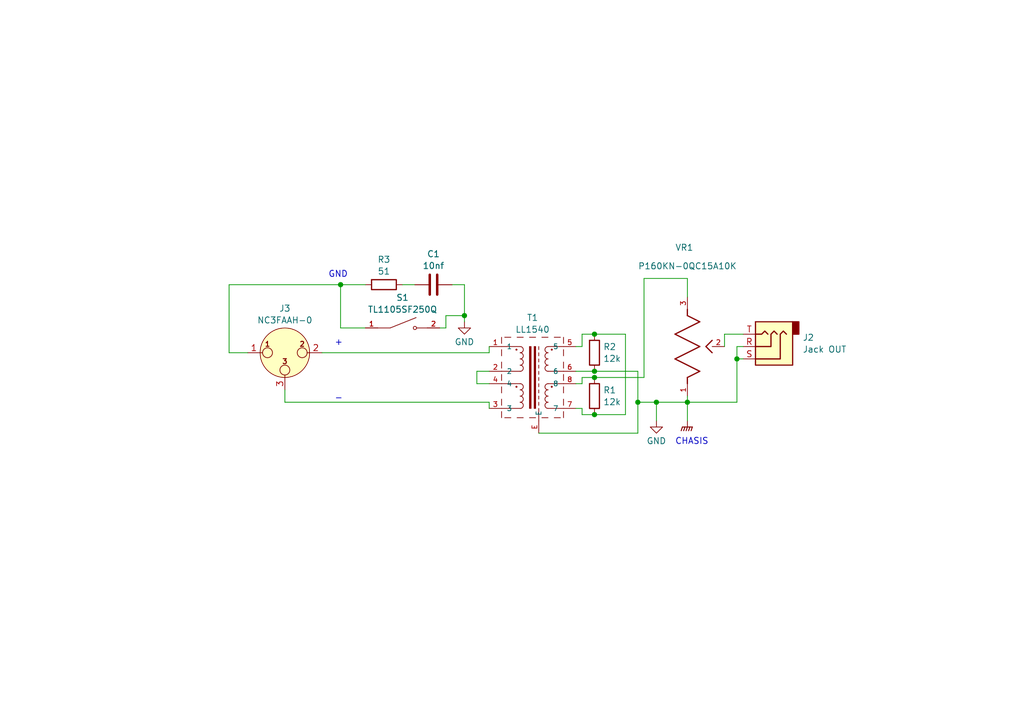
<source format=kicad_sch>
(kicad_sch (version 20230121) (generator eeschema)
  (paper "A5")
  (title_block (title "RE-Amp") (date "2024-01-18") (rev "0.1") (company "57TimesAudio") (comment 1 "M. Lenz"))
  (lib_symbols
    (symbol "Connector_Audio:AudioJack3"
      (property "Reference" "J" (at 0 8.89 0))
      (property "Value" "AudioJack3" (at 0 6.35 0))
      (symbol "AudioJack3_0_1"
        (rectangle (start -5.08 -5.08) (end -6.35 -2.54) (stroke (width 0.254)) (fill (type outline)))
        (polyline (pts (xy 0 -2.54) (xy 0.635 -3.175) (xy 1.27 -2.54) (xy 2.54 -2.54)) (stroke (width 0.254)))
        (polyline (pts (xy -1.905 -2.54) (xy -1.27 -3.175) (xy -0.635 -2.54) (xy -0.635 0) (xy 2.54 0)) (stroke (width 0.254)))
        (polyline (pts (xy 2.54 2.54) (xy -2.54 2.54) (xy -2.54 -2.54) (xy -3.175 -3.175) (xy -3.81 -2.54)) (stroke (width 0.254)))
        (rectangle (start 2.54 3.81) (end -5.08 -5.08) (stroke (width 0.254)) (fill (type background)))
      )
      (symbol "AudioJack3_1_1"
        (pin passive line (at 5.08 0 180) (length 2.54) (name "~") (number "R"))
        (pin passive line (at 5.08 2.54 180) (length 2.54) (name "~") (number "S"))
        (pin passive line (at 5.08 -2.54 180) (length 2.54) (name "~") (number "T"))
      )
    )
    (symbol "Connector_Audio:NC3FAAH-0" (pin_names hide)
      (property "Reference" "J" (at 0 8.89 0))
      (property "Value" "NC3FAAH-0" (at 0 6.35 0))
      (symbol "NC3FAAH-0_0_1"
        (circle (center -3.556 0) (radius 1.016))
        (circle (center 0 -3.556) (radius 1.016))
        (polyline (pts (xy -5.08 0) (xy -4.572 0)))
        (polyline (pts (xy 0 -5.08) (xy 0 -4.572)))
        (polyline (pts (xy 5.08 0) (xy 4.572 0)))
        (circle (center 0 0) (radius 5.08) (fill (type background)))
        (circle (center 3.556 0) (radius 1.016))
        (text "1" (at -3.556 1.778 0) (effects (font (size 1.016 1.016) bold)))
        (text "2" (at 3.556 1.778 0) (effects (font (size 1.016 1.016) bold)))
        (text "3" (at 0 -1.778 0) (effects (font (size 1.016 1.016) bold)))
        (pin passive line (at -7.62 0 0) (length 2.54) (name "~") (number "1"))
        (pin passive line (at 7.62 0 180) (length 2.54) (name "~") (number "2"))
        (pin passive line (at 0 -7.62 90) (length 2.54) (name "~") (number "3"))
      )
    )
    (symbol "Device:C" (pin_numbers hide) (pin_names (offset 0.254))
      (property "Reference" "C" (at 0.635 2.54 0))
      (property "Value" "C" (at 0.635 -2.54 0))
      (symbol "C_0_1"
        (polyline (pts (xy -2.032 -0.762) (xy 2.032 -0.762)) (stroke (width 0.508)))
        (polyline (pts (xy -2.032 0.762) (xy 2.032 0.762)) (stroke (width 0.508)))
      )
      (symbol "C_1_1"
        (pin passive line (at 0 3.81 270) (length 2.794) (name "~") (number "1"))
        (pin passive line (at 0 -3.81 90) (length 2.794) (name "~") (number "2"))
      )
    )
    (symbol "Device:R" (pin_numbers hide) (pin_names (offset 0))
      (property "Reference" "R" (at 2.032 0 90))
      (property "Value" "R" (at 0 0 90))
      (symbol "R_0_1"
        (rectangle (start -1.016 -2.54) (end 1.016 2.54) (stroke (width 0.254)))
      )
      (symbol "R_1_1"
        (pin passive line (at 0 3.81 270) (length 1.27) (name "~") (number "1"))
        (pin passive line (at 0 -3.81 90) (length 1.27) (name "~") (number "2"))
      )
    )
    (symbol "P160KN-0QC15B500K:P160KN-0QC15B500K" (pin_names (offset 1.016))
      (property "Reference" "VR1" (at -1.27 -20.32 0))
      (property "Value" "P160KN-0QC15A10K" (at -10.16 -16.51 0))
      (symbol "P160KN-0QC15B500K_0_0"
        (polyline (pts (xy -5.08 1.27) (xy -3.81 0)) (stroke (width 0.254)))
        (polyline (pts (xy -3.81 0) (xy -5.08 -1.27)) (stroke (width 0.254)))
        (polyline (pts (xy -2.54 -5.08) (xy 0 -6.35)) (stroke (width 0.254)))
        (polyline (pts (xy -2.54 0) (xy 2.54 -2.54)) (stroke (width 0.254)))
        (polyline (pts (xy -2.54 0) (xy 2.54 2.54)) (stroke (width 0.254)))
        (polyline (pts (xy -2.54 5.08) (xy 0 6.35)) (stroke (width 0.254)))
        (polyline (pts (xy 0 -6.35) (xy 0 -7.62)) (stroke (width 0.254)))
        (polyline (pts (xy 0 6.35) (xy 0 7.62)) (stroke (width 0.254)))
        (polyline (pts (xy 2.54 -2.54) (xy -2.54 -5.08)) (stroke (width 0.254)))
        (polyline (pts (xy 2.54 2.54) (xy -2.54 5.08)) (stroke (width 0.254)))
        (pin bidirectional line (at 0 10.16 270) (length 2.54) (name "~") (number "1"))
        (pin bidirectional line (at -7.62 0 0) (length 2.54) (name "~") (number "2"))
        (pin bidirectional line (at 0 -10.16 90) (length 2.54) (name "~") (number "3"))
      )
    )
    (symbol "TL1105SF250Q:TL1105SF250Q" (pin_names (offset 1.016))
      (property "Reference" "S" (at -5.08 5.08 0))
      (property "Value" "TL1105SF250Q" (at -5.08 -5.08 0))
      (symbol "TL1105SF250Q_0_0"
        (polyline (pts (xy -2.54 0) (xy -5.08 0)) (stroke (width 0.1524)))
        (polyline (pts (xy -2.54 0) (xy 2.794 2.1336)) (stroke (width 0.1524)))
        (polyline (pts (xy 5.08 0) (xy 2.921 0)) (stroke (width 0.1524)))
        (circle (center 2.54 0) (radius 0.3302) (stroke (width 0.1524)))
        (pin passive line (at -7.62 0 0) (length 2.54) (name "~") (number "1"))
        (pin passive line (at 7.62 0 180) (length 2.54) (name "~") (number "2"))
      )
    )
    (symbol "lundahl:LL1540" (pin_names (offset 1.016))
      (property "Reference" "T" (at -5.08 7.62 0))
      (property "Value" "LL1540" (at 1.27 -12.065 0))
      (symbol "LL1540_1_0"
        (polyline (pts (xy -7.62 -8.255) (xy -7.62 -9.525)))
        (polyline (pts (xy -7.62 -5.715) (xy -7.62 -6.985)))
        (polyline (pts (xy -7.62 -3.175) (xy -7.62 -4.445)))
        (polyline (pts (xy -7.62 -2.54) (xy -3.81 -2.54)))
        (polyline (pts (xy -7.62 -0.635) (xy -7.62 -1.905)))
        (polyline (pts (xy -7.62 1.905) (xy -7.62 0.635)))
        (polyline (pts (xy -7.62 4.445) (xy -7.62 3.175)))
        (polyline (pts (xy -7.62 5.08) (xy -3.81 5.08)))
        (polyline (pts (xy -7.62 5.715) (xy -7.62 6.985)))
        (polyline (pts (xy -6.985 -9.525) (xy -5.715 -9.525)))
        (polyline (pts (xy -6.985 6.985) (xy -5.715 6.985)))
        (polyline (pts (xy -4.445 -9.525) (xy -3.175 -9.525)))
        (polyline (pts (xy -4.445 6.985) (xy -3.175 6.985)))
        (polyline (pts (xy -3.81 -7.62) (xy -7.62 -7.62)))
        (polyline (pts (xy -3.81 0) (xy -7.62 0)))
        (polyline (pts (xy -1.905 -9.525) (xy -0.635 -9.525)))
        (polyline (pts (xy -1.905 6.985) (xy -0.635 6.985)))
        (polyline (pts (xy 0 -10.16) (xy 0 -7.62)))
        (polyline (pts (xy 0 -6.985) (xy 0 -6.35)))
        (polyline (pts (xy 0 -5.715) (xy 0 -5.08)))
        (polyline (pts (xy 0 -4.445) (xy 0 -3.81)))
        (polyline (pts (xy 0 -3.175) (xy 0 -2.54)))
        (polyline (pts (xy 0 -1.905) (xy 0 -1.27)))
        (polyline (pts (xy 0 -0.635) (xy 0 0)))
        (polyline (pts (xy 0 0.635) (xy 0 1.27)))
        (polyline (pts (xy 0 1.905) (xy 0 2.54)))
        (polyline (pts (xy 0 3.175) (xy 0 3.81)))
        (polyline (pts (xy 0 4.445) (xy 0 5.08)))
        (polyline (pts (xy 0.635 6.985) (xy 1.905 6.985)))
        (polyline (pts (xy 1.905 -9.525) (xy 0.635 -9.525)))
        (polyline (pts (xy 1.905 -7.62) (xy 5.08 -7.62)))
        (polyline (pts (xy 3.175 6.985) (xy 4.445 6.985)))
        (polyline (pts (xy 4.445 -9.525) (xy 3.175 -9.525)))
        (polyline (pts (xy 5.08 -8.255) (xy 5.08 -9.525)))
        (polyline (pts (xy 5.08 -5.715) (xy 5.08 -6.985)))
        (polyline (pts (xy 5.08 -3.175) (xy 5.08 -4.445)))
        (polyline (pts (xy 5.08 -2.54) (xy 1.905 -2.54)))
        (polyline (pts (xy 5.08 -0.635) (xy 5.08 -1.905)))
        (polyline (pts (xy 5.08 0) (xy 1.905 0)))
        (polyline (pts (xy 5.08 1.905) (xy 5.08 0.635)))
        (polyline (pts (xy 5.08 4.445) (xy 5.08 3.175)))
        (polyline (pts (xy 5.08 5.08) (xy 1.905 5.08)))
        (polyline (pts (xy 5.08 6.985) (xy 5.08 5.715)))
      )
      (symbol "LL1540_1_1"
        (circle (center -4.572 -3.175) (radius 0.127) (fill (type outline)))
        (circle (center -4.572 4.445) (radius 0.127) (fill (type outline)))
        (arc (start -3.81 -7.62) (mid -3.1777 -6.985) (end -3.81 -6.35))
        (arc (start -3.81 -6.35) (mid -3.1777 -5.715) (end -3.81 -5.08))
        (arc (start -3.81 -5.08) (mid -3.1777 -4.445) (end -3.81 -3.81))
        (arc (start -3.81 -3.81) (mid -3.1777 -3.175) (end -3.81 -2.54))
        (arc (start -3.81 0) (mid -3.1777 0.635) (end -3.81 1.27))
        (arc (start -3.81 1.27) (mid -3.1777 1.905) (end -3.81 2.54))
        (arc (start -3.81 2.54) (mid -3.1777 3.175) (end -3.81 3.81))
        (arc (start -3.81 3.81) (mid -3.1777 4.445) (end -3.81 5.08))
        (rectangle (start -1.905 -7.62) (end -1.5748 5.08) (fill (type outline)))
        (rectangle (start -0.9398 -7.62) (end -0.635 5.08) (fill (type outline)))
        (arc (start 1.905 -6.35) (mid 1.2727 -6.985) (end 1.905 -7.62))
        (arc (start 1.905 -5.08) (mid 1.2727 -5.715) (end 1.905 -6.35))
        (arc (start 1.905 -3.81) (mid 1.2727 -4.445) (end 1.905 -5.08))
        (arc (start 1.905 -2.54) (mid 1.2727 -3.175) (end 1.905 -3.81))
        (arc (start 1.905 1.27) (mid 1.2727 0.635) (end 1.905 0))
        (arc (start 1.905 2.54) (mid 1.2727 1.905) (end 1.905 1.27))
        (arc (start 1.905 3.81) (mid 1.2727 3.175) (end 1.905 2.54))
        (arc (start 1.905 5.08) (mid 1.2727 4.445) (end 1.905 3.81))
        (circle (center 2.667 -3.175) (radius 0.127) (fill (type outline)))
        (circle (center 2.667 4.445) (radius 0.127) (fill (type outline)))
        (pin passive line (at -10.16 5.08 0) (length 2.54) (name "1") (number "1"))
        (pin passive line (at -10.16 0 0) (length 2.54) (name "2") (number "2"))
        (pin passive line (at -10.16 -7.62 0) (length 2.54) (name "3") (number "3"))
        (pin passive line (at -10.16 -2.54 0) (length 2.54) (name "4") (number "4"))
        (pin passive line (at 7.62 5.08 180) (length 2.54) (name "5") (number "5"))
        (pin passive line (at 7.62 0 180) (length 2.54) (name "6") (number "6"))
        (pin passive line (at 7.62 -7.62 180) (length 2.54) (name "7") (number "7"))
        (pin passive line (at 7.62 -2.54 180) (length 2.54) (name "8") (number "8"))
        (pin passive line (at 0 -12.7 90) (length 2.54) (name "E") (number "E"))
      )
    )
    (symbol "power:GND" (power) (pin_names (offset 0))
      (property "Value" "GND" (at 0 -3.81 0))
      (symbol "GND_0_1"
        (polyline (pts (xy 0 0) (xy 0 -1.27) (xy 1.27 -1.27) (xy 0 -2.54) (xy -1.27 -1.27) (xy 0 -1.27)))
      )
      (symbol "GND_1_1"
        (pin power_in line (at 0 0 270) (length 0) hide (name "GND") (number "1"))
      )
    )
    (symbol "power:GNDPWR" (power) (pin_names (offset 0))
      (property "Value" "GNDPWR" (at 0 -3.302 0))
      (symbol "GNDPWR_0_1"
        (polyline (pts (xy 0 -1.27) (xy 0 0)))
        (polyline (pts (xy -1.016 -1.27) (xy -1.27 -2.032) (xy -1.27 -2.032)) (stroke (width 0.2032)))
        (polyline (pts (xy -0.508 -1.27) (xy -0.762 -2.032) (xy -0.762 -2.032)) (stroke (width 0.2032)))
        (polyline (pts (xy 0 -1.27) (xy -0.254 -2.032) (xy -0.254 -2.032)) (stroke (width 0.2032)))
        (polyline (pts (xy 0.508 -1.27) (xy 0.254 -2.032) (xy 0.254 -2.032)) (stroke (width 0.2032)))
        (polyline (pts (xy 1.016 -1.27) (xy -1.016 -1.27) (xy -1.016 -1.27)) (stroke (width 0.2032)))
        (polyline (pts (xy 1.016 -1.27) (xy 0.762 -2.032) (xy 0.762 -2.032) (xy 0.762 -2.032)) (stroke (width 0.2032)))
      )
      (symbol "GNDPWR_1_1"
        (pin power_in line (at 0 0 270) (length 0) hide (name "GNDPWR") (number "1"))
      )
    )
  )
  (junction (at 95.25 64.77))
  (junction (at 121.92 85.09))
  (junction (at 121.92 68.58))
  (junction (at 121.92 76.2))
  (junction (at 140.97 82.55))
  (junction (at 151.13 73.66))
  (junction (at 134.62 82.55))
  (junction (at 69.85 58.42))
  (junction (at 130.81 82.55))
  (junction (at 121.92 77.47))
  (wire (pts (xy 132.08 57.15) (xy 132.08 77.47)))
  (wire (pts (xy 140.97 82.55) (xy 151.13 82.55)))
  (wire (pts (xy 118.11 78.74) (xy 119.38 78.74)))
  (wire (pts (xy 134.62 82.55) (xy 140.97 82.55)))
  (wire (pts (xy 151.13 71.12) (xy 151.13 73.66)))
  (wire (pts (xy 119.38 68.58) (xy 121.92 68.58)))
  (wire (pts (xy 97.79 78.74) (xy 97.79 76.2)))
  (wire (pts (xy 134.62 82.55) (xy 134.62 86.36)))
  (wire (pts (xy 130.81 88.9) (xy 130.81 82.55)))
  (wire (pts (xy 91.44 64.77) (xy 95.25 64.77)))
  (wire (pts (xy 140.97 82.55) (xy 140.97 86.36)))
  (wire (pts (xy 58.42 82.55) (xy 100.33 82.55)))
  (wire (pts (xy 130.81 76.2) (xy 130.81 82.55)))
  (wire (pts (xy 119.38 78.74) (xy 119.38 77.47)))
  (wire (pts (xy 46.99 58.42) (xy 69.85 58.42)))
  (wire (pts (xy 118.11 71.12) (xy 119.38 71.12)))
  (wire (pts (xy 110.49 88.9) (xy 130.81 88.9)))
  (wire (pts (xy 100.33 82.55) (xy 100.33 83.82)))
  (wire (pts (xy 140.97 81.28) (xy 140.97 82.55)))
  (wire (pts (xy 132.08 57.15) (xy 140.97 57.15)))
  (wire (pts (xy 121.92 77.47) (xy 132.08 77.47)))
  (wire (pts (xy 140.97 57.15) (xy 140.97 60.96)))
  (wire (pts (xy 74.93 67.31) (xy 69.85 67.31)))
  (wire (pts (xy 97.79 76.2) (xy 100.33 76.2)))
  (wire (pts (xy 66.04 72.39) (xy 100.33 72.39)))
  (wire (pts (xy 50.8 72.39) (xy 46.99 72.39)))
  (wire (pts (xy 121.92 85.09) (xy 128.27 85.09)))
  (wire (pts (xy 118.11 83.82) (xy 119.38 83.82)))
  (wire (pts (xy 69.85 58.42) (xy 69.85 67.31)))
  (wire (pts (xy 152.4 73.66) (xy 151.13 73.66)))
  (wire (pts (xy 151.13 73.66) (xy 151.13 82.55)))
  (wire (pts (xy 58.42 80.01) (xy 58.42 82.55)))
  (wire (pts (xy 152.4 71.12) (xy 151.13 71.12)))
  (wire (pts (xy 100.33 78.74) (xy 97.79 78.74)))
  (wire (pts (xy 46.99 58.42) (xy 46.99 72.39)))
  (wire (pts (xy 95.25 58.42) (xy 95.25 64.77)))
  (wire (pts (xy 118.11 76.2) (xy 121.92 76.2)))
  (wire (pts (xy 148.59 68.58) (xy 152.4 68.58)))
  (wire (pts (xy 91.44 64.77) (xy 91.44 67.31)))
  (wire (pts (xy 128.27 85.09) (xy 128.27 68.58)))
  (wire (pts (xy 95.25 64.77) (xy 95.25 66.04)))
  (wire (pts (xy 119.38 85.09) (xy 121.92 85.09)))
  (wire (pts (xy 119.38 83.82) (xy 119.38 85.09)))
  (wire (pts (xy 121.92 76.2) (xy 130.81 76.2)))
  (wire (pts (xy 90.17 67.31) (xy 91.44 67.31)))
  (wire (pts (xy 100.33 71.12) (xy 100.33 72.39)))
  (wire (pts (xy 121.92 68.58) (xy 128.27 68.58)))
  (wire (pts (xy 119.38 71.12) (xy 119.38 68.58)))
  (wire (pts (xy 69.85 58.42) (xy 74.93 58.42)))
  (wire (pts (xy 130.81 82.55) (xy 134.62 82.55)))
  (wire (pts (xy 148.59 68.58) (xy 148.59 71.12)))
  (wire (pts (xy 92.71 58.42) (xy 95.25 58.42)))
  (wire (pts (xy 82.55 58.42) (xy 85.09 58.42)))
  (wire (pts (xy 119.38 77.47) (xy 121.92 77.47)))
  (text "GND" (at 67.31 57.15 0) (effects (font (size 1.27 1.27)) (justify left bottom)))
  (text "+" (at 68.58 71.12 0) (effects (font (size 1.27 1.27)) (justify left bottom)))
  (text "-" (at 68.58 82.55 0) (effects (font (size 1.27 1.27)) (justify left bottom)))
  (text "CHASIS" (at 138.43 91.44 0) (effects (font (size 1.27 1.27)) (justify left bottom)))
  (symbol (lib_id "power:GNDPWR") (at 140.97 86.36 0) (unit 1)
    (property "Reference" "#PWR04" (effects hide))
    (property "Value" "GNDPWR" (effects hide))
  )
  (symbol (lib_id "Device:R") (at 121.92 81.28 0) (unit 1)
    (property "Reference" "R1" (at 123.698 80.0679 0) (effects (justify left)))
    (property "Value" "12k" (at 123.698 82.4921 0) (effects (justify left)))
    (property "Footprint" "Resistor_THT:R_Axial_DIN0207_L6.3mm_D2.5mm_P7.62mm_Horizontal" (effects hide))
  )
  (symbol (lib_id "power:GND") (at 134.62 86.36 0) (unit 1)
    (property "Reference" "#PWR03" (effects hide))
    (property "Value" "GND" (at 134.62 90.4931 0))
  )
  (symbol (lib_id "Connector_Audio:AudioJack3") (at 157.48 71.12 180) (unit 1)
    (property "Reference" "J2" (at 164.592 69.2729 0) (effects (justify right)))
    (property "Value" "Jack OUT" (at 164.592 71.6971 0) (effects (justify right)))
    (property "Footprint" "Connector_Audio:Jack_6.35mm_Neutrik_NRJ6HM-1-PRE_Horizontal" (effects hide))
  )
  (symbol (lib_id "Device:C") (at 88.9 58.42 90) (unit 1)
    (property "Reference" "C1" (at 88.9 52.1167 90))
    (property "Value" "10nf" (at 88.9 54.5409 90))
    (property "Footprint" "Capacitor_THT:C_Rect_L13.0mm_W5.0mm_P10.00mm_FKS3_FKP3_MKS4" (effects hide))
  )
  (symbol (lib_id "TL1105SF250Q:TL1105SF250Q") (at 82.55 67.31 0) (unit 1)
    (property "Reference" "S1" (at 82.55 61.0829 0))
    (property "Value" "TL1105SF250Q" (at 82.55 63.5071 0))
    (property "Footprint" "Pushbutton Switch:SW_PBH2UEESNPNAGX" (effects hide))
    (property "MF" "E-Switch" (effects hide))
    (property "MAXIMUM_PACKAGE_HEIGHT" "7 mm" (effects hide))
    (property "Package" "None" (effects hide))
    (property "Price" "None" (effects hide))
    (property "Check_prices" "https://www.snapeda.com/parts/TL1105SF250Q/E-Switch/view-part/?ref=eda" (effects hide))
    (property "STANDARD" "Manufacturer Recommendations" (effects hide))
    (property "PARTREV" "C" (effects hide))
    (property "SnapEDA_Link" "https://www.snapeda.com/parts/TL1105SF250Q/E-Switch/view-part/?ref=snap" (effects hide))
    (property "MP" "TL1105SF250Q" (effects hide))
    (property "Purchase-URL" "https://www.snapeda.com/api/url_track_click_mouser/?unipart_id=288386&manufacturer=E-Switch&part_name=TL1105SF250Q&search_term=None" (effects hide))
    (property "Description" "\nTactile Switch, TL1105 Series, SPST-NO, 8.35mm Side Actuated, 0.05A, 12VDC, PC | E-Switch TL1105SF250Q\n" (effects hide))
    (property "MANUFACTURER" "E-Switch" (effects hide))
    (property "Availability" "In Stock" (effects hide))
    (property "SNAPEDA_PN" "TL1105SF250Q" (effects hide))
  )
  (symbol (lib_id "Device:R") (at 121.92 72.39 0) (unit 1)
    (property "Reference" "R2" (at 123.698 71.1779 0) (effects (justify left)))
    (property "Value" "12k" (at 123.698 73.6021 0) (effects (justify left)))
    (property "Footprint" "Resistor_THT:R_Axial_DIN0207_L6.3mm_D2.5mm_P7.62mm_Horizontal" (effects hide))
  )
  (symbol (lib_id "Device:R") (at 78.74 58.42 90) (unit 1)
    (property "Reference" "R3" (at 78.74 53.2597 90))
    (property "Value" "51" (at 78.74 55.6839 90))
    (property "Footprint" "Resistor_THT:R_Axial_DIN0207_L6.3mm_D2.5mm_P10.16mm_Horizontal" (effects hide))
  )
  (symbol (lib_id "Connector_Audio:NC3FAAH-0") (at 58.42 72.39 0) (unit 1)
    (property "Reference" "J3" (at 58.42 63.2927 0))
    (property "Value" "NC3FAAH-0" (at 58.42 65.7169 0))
    (property "Footprint" "NC3FD-H-B:NEUTRIK_NC3FD-H-B" (effects hide))
    (property "Datasheet" "https://www.neutrik.com/en/product/nc3faah-0" (effects hide))
  )
  (symbol (lib_id "P160KN-0QC15B500K:P160KN-0QC15B500K") (at 140.97 71.12 180) (unit 1)
    (property "Reference" "VR1" (at 142.24 50.8 0) (effects (justify left)))
    (property "Value" "P160KN-0QC15A10K" (at 151.13 54.61 0) (effects (justify left)))
    (property "Footprint" "P160KN-0QC15B500K:P160" (effects hide))
    (property "MF" "TT Electronics/BI" (effects hide))
    (property "Description" "\n500k Ohm 1 Gang Linear Panel Mount Potentiometer None 1.0 Kierros Conductive Plastic 0.2W, 1/5W PC Pins\n" (effects hide))
    (property "Package" "None" (effects hide))
    (property "PARTNO" "987-1304-ND" (effects hide))
    (property "Price" "None" (effects hide))
    (property "SnapEDA_Link" "https://www.snapeda.com/parts/P160KN-0QC15B500K/TT+Electronics%252FBI/view-part/?ref=snap" (effects hide))
    (property "MP" "P160KN-0QC15B500K" (effects hide))
    (property "Purchase-URL" "https://www.snapeda.com/api/url_track_click_mouser/?unipart_id=903272&manufacturer=TT Electronics/BI&part_name=P160KN-0QC15B500K&search_term=None" (effects hide))
    (property "Availability" "In Stock" (effects hide))
    (property "Check_prices" "https://www.snapeda.com/parts/P160KN-0QC15B500K/TT+Electronics%252FBI/view-part/?ref=eda" (effects hide))
  )
  (symbol (lib_id "power:GND") (at 95.25 66.04 0) (unit 1)
    (property "Reference" "#PWR02" (effects hide))
    (property "Value" "GND" (at 95.25 70.1731 0))
  )
  (symbol (lib_id "lundahl:LL1540") (at 110.49 76.2 0) (unit 1)
    (property "Reference" "T1" (at 109.22 65.1977 0))
    (property "Value" "LL1540" (at 109.22 67.6219 0))
    (property "Footprint" "LL1540:LUNDAHL-LL1540" (effects hide))
  )
)
</source>
